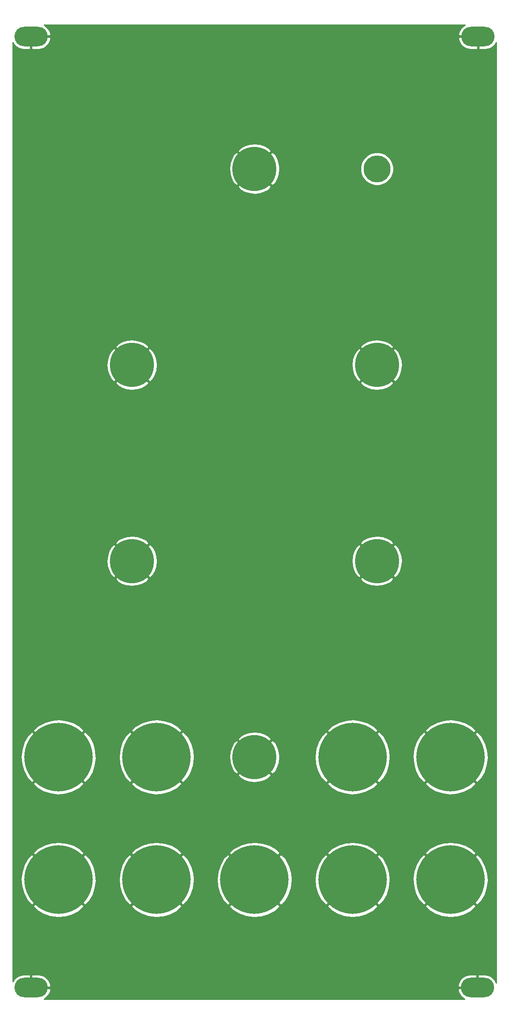
<source format=gbr>
%TF.GenerationSoftware,KiCad,Pcbnew,5.1.8-db9833491~88~ubuntu20.04.1*%
%TF.CreationDate,2020-11-30T22:13:06-05:00*%
%TF.ProjectId,mfos_vclfo_sync-panel,6d666f73-5f76-4636-9c66-6f5f73796e63,rev?*%
%TF.SameCoordinates,Original*%
%TF.FileFunction,Copper,L1,Top*%
%TF.FilePolarity,Positive*%
%FSLAX46Y46*%
G04 Gerber Fmt 4.6, Leading zero omitted, Abs format (unit mm)*
G04 Created by KiCad (PCBNEW 5.1.8-db9833491~88~ubuntu20.04.1) date 2020-11-30 22:13:06*
%MOMM*%
%LPD*%
G01*
G04 APERTURE LIST*
%TA.AperFunction,ComponentPad*%
%ADD10C,14.000000*%
%TD*%
%TA.AperFunction,ComponentPad*%
%ADD11C,9.000000*%
%TD*%
%TA.AperFunction,ComponentPad*%
%ADD12O,6.800000X4.000000*%
%TD*%
%TA.AperFunction,ComponentPad*%
%ADD13C,5.500000*%
%TD*%
%TA.AperFunction,Conductor*%
%ADD14C,0.254000*%
%TD*%
%TA.AperFunction,Conductor*%
%ADD15C,0.100000*%
%TD*%
G04 APERTURE END LIST*
D10*
%TO.P,H20,1*%
%TO.N,GND*%
X115000000Y-155000000D03*
%TD*%
D11*
%TO.P,H19,1*%
%TO.N,GND*%
X75000000Y-130000000D03*
%TD*%
D10*
%TO.P,H18,1*%
%TO.N,GND*%
X35000000Y-130000000D03*
%TD*%
%TO.P,H17,1*%
%TO.N,GND*%
X75000000Y-155000000D03*
%TD*%
%TO.P,H16,1*%
%TO.N,GND*%
X95000000Y-130000000D03*
%TD*%
%TO.P,H15,1*%
%TO.N,GND*%
X55000000Y-130000000D03*
%TD*%
D11*
%TO.P,H14,1*%
%TO.N,GND*%
X75000000Y-10000000D03*
%TD*%
D12*
%TO.P,H13,1*%
%TO.N,GND*%
X29400000Y17000000D03*
%TD*%
D10*
%TO.P,H12,1*%
%TO.N,GND*%
X55000000Y-155000000D03*
%TD*%
D11*
%TO.P,H11,1*%
%TO.N,GND*%
X100000000Y-50000000D03*
%TD*%
D12*
%TO.P,H10,1*%
%TO.N,GND*%
X120500000Y-177000000D03*
%TD*%
D10*
%TO.P,H9,1*%
%TO.N,GND*%
X35000000Y-155000000D03*
%TD*%
D11*
%TO.P,H8,1*%
%TO.N,GND*%
X50000000Y-90000000D03*
%TD*%
D12*
%TO.P,H7,1*%
%TO.N,GND*%
X120600000Y17000000D03*
%TD*%
D10*
%TO.P,H6,1*%
%TO.N,GND*%
X115000000Y-130000000D03*
%TD*%
D11*
%TO.P,H5,1*%
%TO.N,GND*%
X50000000Y-50000000D03*
%TD*%
D12*
%TO.P,H4,1*%
%TO.N,GND*%
X29400000Y-177000000D03*
%TD*%
D13*
%TO.P,H3,1*%
%TO.N,N/C*%
X100000000Y-10000000D03*
%TD*%
D10*
%TO.P,H2,1*%
%TO.N,GND*%
X95000000Y-155000000D03*
%TD*%
D11*
%TO.P,H1,1*%
%TO.N,GND*%
X100000000Y-90000000D03*
%TD*%
D14*
%TO.N,GND*%
X117630475Y19120365D02*
X117246970Y18773424D01*
X116938519Y18358331D01*
X116716975Y17891038D01*
X116620333Y17537162D01*
X116727009Y17127000D01*
X120473000Y17127000D01*
X120473000Y17147000D01*
X120727000Y17147000D01*
X120727000Y17127000D01*
X120747000Y17127000D01*
X120747000Y16873000D01*
X120727000Y16873000D01*
X120727000Y14365000D01*
X122127000Y14365000D01*
X122638623Y14440407D01*
X123125704Y14614178D01*
X123569525Y14879635D01*
X123953030Y15226576D01*
X124261481Y15641669D01*
X124340000Y15807286D01*
X124340001Y-176018213D01*
X124161481Y-175641669D01*
X123853030Y-175226576D01*
X123469525Y-174879635D01*
X123025704Y-174614178D01*
X122538623Y-174440407D01*
X122027000Y-174365000D01*
X120627000Y-174365000D01*
X120627000Y-176873000D01*
X120647000Y-176873000D01*
X120647000Y-177127000D01*
X120627000Y-177127000D01*
X120627000Y-177147000D01*
X120373000Y-177147000D01*
X120373000Y-177127000D01*
X116627009Y-177127000D01*
X116520333Y-177537162D01*
X116616975Y-177891038D01*
X116838519Y-178358331D01*
X117146970Y-178773424D01*
X117530475Y-179120365D01*
X117897686Y-179340000D01*
X32002314Y-179340000D01*
X32369525Y-179120365D01*
X32753030Y-178773424D01*
X33061481Y-178358331D01*
X33283025Y-177891038D01*
X33379667Y-177537162D01*
X33272991Y-177127000D01*
X29527000Y-177127000D01*
X29527000Y-177147000D01*
X29273000Y-177147000D01*
X29273000Y-177127000D01*
X29253000Y-177127000D01*
X29253000Y-176873000D01*
X29273000Y-176873000D01*
X29273000Y-174365000D01*
X29527000Y-174365000D01*
X29527000Y-176873000D01*
X33272991Y-176873000D01*
X33379667Y-176462838D01*
X116520333Y-176462838D01*
X116627009Y-176873000D01*
X120373000Y-176873000D01*
X120373000Y-174365000D01*
X118973000Y-174365000D01*
X118461377Y-174440407D01*
X117974296Y-174614178D01*
X117530475Y-174879635D01*
X117146970Y-175226576D01*
X116838519Y-175641669D01*
X116616975Y-176108962D01*
X116520333Y-176462838D01*
X33379667Y-176462838D01*
X33283025Y-176108962D01*
X33061481Y-175641669D01*
X32753030Y-175226576D01*
X32369525Y-174879635D01*
X31925704Y-174614178D01*
X31438623Y-174440407D01*
X30927000Y-174365000D01*
X29527000Y-174365000D01*
X29273000Y-174365000D01*
X27873000Y-174365000D01*
X27361377Y-174440407D01*
X26874296Y-174614178D01*
X26430475Y-174879635D01*
X26046970Y-175226576D01*
X25738519Y-175641669D01*
X25660000Y-175807286D01*
X25660000Y-160401674D01*
X29777932Y-160401674D01*
X30593908Y-161280530D01*
X31903840Y-162019437D01*
X33332756Y-162488591D01*
X34825743Y-162669963D01*
X36325428Y-162556583D01*
X37774176Y-162152807D01*
X39116314Y-161474153D01*
X39406092Y-161280530D01*
X40222068Y-160401674D01*
X49777932Y-160401674D01*
X50593908Y-161280530D01*
X51903840Y-162019437D01*
X53332756Y-162488591D01*
X54825743Y-162669963D01*
X56325428Y-162556583D01*
X57774176Y-162152807D01*
X59116314Y-161474153D01*
X59406092Y-161280530D01*
X60222068Y-160401674D01*
X69777932Y-160401674D01*
X70593908Y-161280530D01*
X71903840Y-162019437D01*
X73332756Y-162488591D01*
X74825743Y-162669963D01*
X76325428Y-162556583D01*
X77774176Y-162152807D01*
X79116314Y-161474153D01*
X79406092Y-161280530D01*
X80222068Y-160401674D01*
X89777932Y-160401674D01*
X90593908Y-161280530D01*
X91903840Y-162019437D01*
X93332756Y-162488591D01*
X94825743Y-162669963D01*
X96325428Y-162556583D01*
X97774176Y-162152807D01*
X99116314Y-161474153D01*
X99406092Y-161280530D01*
X100222068Y-160401674D01*
X109777932Y-160401674D01*
X110593908Y-161280530D01*
X111903840Y-162019437D01*
X113332756Y-162488591D01*
X114825743Y-162669963D01*
X116325428Y-162556583D01*
X117774176Y-162152807D01*
X119116314Y-161474153D01*
X119406092Y-161280530D01*
X120222068Y-160401674D01*
X115000000Y-155179605D01*
X109777932Y-160401674D01*
X100222068Y-160401674D01*
X95000000Y-155179605D01*
X89777932Y-160401674D01*
X80222068Y-160401674D01*
X75000000Y-155179605D01*
X69777932Y-160401674D01*
X60222068Y-160401674D01*
X55000000Y-155179605D01*
X49777932Y-160401674D01*
X40222068Y-160401674D01*
X35000000Y-155179605D01*
X29777932Y-160401674D01*
X25660000Y-160401674D01*
X25660000Y-154825743D01*
X27330037Y-154825743D01*
X27443417Y-156325428D01*
X27847193Y-157774176D01*
X28525847Y-159116314D01*
X28719470Y-159406092D01*
X29598326Y-160222068D01*
X34820395Y-155000000D01*
X35179605Y-155000000D01*
X40401674Y-160222068D01*
X41280530Y-159406092D01*
X42019437Y-158096160D01*
X42488591Y-156667244D01*
X42669963Y-155174257D01*
X42643615Y-154825743D01*
X47330037Y-154825743D01*
X47443417Y-156325428D01*
X47847193Y-157774176D01*
X48525847Y-159116314D01*
X48719470Y-159406092D01*
X49598326Y-160222068D01*
X54820395Y-155000000D01*
X55179605Y-155000000D01*
X60401674Y-160222068D01*
X61280530Y-159406092D01*
X62019437Y-158096160D01*
X62488591Y-156667244D01*
X62669963Y-155174257D01*
X62643615Y-154825743D01*
X67330037Y-154825743D01*
X67443417Y-156325428D01*
X67847193Y-157774176D01*
X68525847Y-159116314D01*
X68719470Y-159406092D01*
X69598326Y-160222068D01*
X74820395Y-155000000D01*
X75179605Y-155000000D01*
X80401674Y-160222068D01*
X81280530Y-159406092D01*
X82019437Y-158096160D01*
X82488591Y-156667244D01*
X82669963Y-155174257D01*
X82643615Y-154825743D01*
X87330037Y-154825743D01*
X87443417Y-156325428D01*
X87847193Y-157774176D01*
X88525847Y-159116314D01*
X88719470Y-159406092D01*
X89598326Y-160222068D01*
X94820395Y-155000000D01*
X95179605Y-155000000D01*
X100401674Y-160222068D01*
X101280530Y-159406092D01*
X102019437Y-158096160D01*
X102488591Y-156667244D01*
X102669963Y-155174257D01*
X102643615Y-154825743D01*
X107330037Y-154825743D01*
X107443417Y-156325428D01*
X107847193Y-157774176D01*
X108525847Y-159116314D01*
X108719470Y-159406092D01*
X109598326Y-160222068D01*
X114820395Y-155000000D01*
X115179605Y-155000000D01*
X120401674Y-160222068D01*
X121280530Y-159406092D01*
X122019437Y-158096160D01*
X122488591Y-156667244D01*
X122669963Y-155174257D01*
X122556583Y-153674572D01*
X122152807Y-152225824D01*
X121474153Y-150883686D01*
X121280530Y-150593908D01*
X120401674Y-149777932D01*
X115179605Y-155000000D01*
X114820395Y-155000000D01*
X109598326Y-149777932D01*
X108719470Y-150593908D01*
X107980563Y-151903840D01*
X107511409Y-153332756D01*
X107330037Y-154825743D01*
X102643615Y-154825743D01*
X102556583Y-153674572D01*
X102152807Y-152225824D01*
X101474153Y-150883686D01*
X101280530Y-150593908D01*
X100401674Y-149777932D01*
X95179605Y-155000000D01*
X94820395Y-155000000D01*
X89598326Y-149777932D01*
X88719470Y-150593908D01*
X87980563Y-151903840D01*
X87511409Y-153332756D01*
X87330037Y-154825743D01*
X82643615Y-154825743D01*
X82556583Y-153674572D01*
X82152807Y-152225824D01*
X81474153Y-150883686D01*
X81280530Y-150593908D01*
X80401674Y-149777932D01*
X75179605Y-155000000D01*
X74820395Y-155000000D01*
X69598326Y-149777932D01*
X68719470Y-150593908D01*
X67980563Y-151903840D01*
X67511409Y-153332756D01*
X67330037Y-154825743D01*
X62643615Y-154825743D01*
X62556583Y-153674572D01*
X62152807Y-152225824D01*
X61474153Y-150883686D01*
X61280530Y-150593908D01*
X60401674Y-149777932D01*
X55179605Y-155000000D01*
X54820395Y-155000000D01*
X49598326Y-149777932D01*
X48719470Y-150593908D01*
X47980563Y-151903840D01*
X47511409Y-153332756D01*
X47330037Y-154825743D01*
X42643615Y-154825743D01*
X42556583Y-153674572D01*
X42152807Y-152225824D01*
X41474153Y-150883686D01*
X41280530Y-150593908D01*
X40401674Y-149777932D01*
X35179605Y-155000000D01*
X34820395Y-155000000D01*
X29598326Y-149777932D01*
X28719470Y-150593908D01*
X27980563Y-151903840D01*
X27511409Y-153332756D01*
X27330037Y-154825743D01*
X25660000Y-154825743D01*
X25660000Y-149598326D01*
X29777932Y-149598326D01*
X35000000Y-154820395D01*
X40222068Y-149598326D01*
X49777932Y-149598326D01*
X55000000Y-154820395D01*
X60222068Y-149598326D01*
X69777932Y-149598326D01*
X75000000Y-154820395D01*
X80222068Y-149598326D01*
X89777932Y-149598326D01*
X95000000Y-154820395D01*
X100222068Y-149598326D01*
X109777932Y-149598326D01*
X115000000Y-154820395D01*
X120222068Y-149598326D01*
X119406092Y-148719470D01*
X118096160Y-147980563D01*
X116667244Y-147511409D01*
X115174257Y-147330037D01*
X113674572Y-147443417D01*
X112225824Y-147847193D01*
X110883686Y-148525847D01*
X110593908Y-148719470D01*
X109777932Y-149598326D01*
X100222068Y-149598326D01*
X99406092Y-148719470D01*
X98096160Y-147980563D01*
X96667244Y-147511409D01*
X95174257Y-147330037D01*
X93674572Y-147443417D01*
X92225824Y-147847193D01*
X90883686Y-148525847D01*
X90593908Y-148719470D01*
X89777932Y-149598326D01*
X80222068Y-149598326D01*
X79406092Y-148719470D01*
X78096160Y-147980563D01*
X76667244Y-147511409D01*
X75174257Y-147330037D01*
X73674572Y-147443417D01*
X72225824Y-147847193D01*
X70883686Y-148525847D01*
X70593908Y-148719470D01*
X69777932Y-149598326D01*
X60222068Y-149598326D01*
X59406092Y-148719470D01*
X58096160Y-147980563D01*
X56667244Y-147511409D01*
X55174257Y-147330037D01*
X53674572Y-147443417D01*
X52225824Y-147847193D01*
X50883686Y-148525847D01*
X50593908Y-148719470D01*
X49777932Y-149598326D01*
X40222068Y-149598326D01*
X39406092Y-148719470D01*
X38096160Y-147980563D01*
X36667244Y-147511409D01*
X35174257Y-147330037D01*
X33674572Y-147443417D01*
X32225824Y-147847193D01*
X30883686Y-148525847D01*
X30593908Y-148719470D01*
X29777932Y-149598326D01*
X25660000Y-149598326D01*
X25660000Y-135401674D01*
X29777932Y-135401674D01*
X30593908Y-136280530D01*
X31903840Y-137019437D01*
X33332756Y-137488591D01*
X34825743Y-137669963D01*
X36325428Y-137556583D01*
X37774176Y-137152807D01*
X39116314Y-136474153D01*
X39406092Y-136280530D01*
X40222068Y-135401674D01*
X49777932Y-135401674D01*
X50593908Y-136280530D01*
X51903840Y-137019437D01*
X53332756Y-137488591D01*
X54825743Y-137669963D01*
X56325428Y-137556583D01*
X57774176Y-137152807D01*
X59116314Y-136474153D01*
X59406092Y-136280530D01*
X60222068Y-135401674D01*
X89777932Y-135401674D01*
X90593908Y-136280530D01*
X91903840Y-137019437D01*
X93332756Y-137488591D01*
X94825743Y-137669963D01*
X96325428Y-137556583D01*
X97774176Y-137152807D01*
X99116314Y-136474153D01*
X99406092Y-136280530D01*
X100222068Y-135401674D01*
X109777932Y-135401674D01*
X110593908Y-136280530D01*
X111903840Y-137019437D01*
X113332756Y-137488591D01*
X114825743Y-137669963D01*
X116325428Y-137556583D01*
X117774176Y-137152807D01*
X119116314Y-136474153D01*
X119406092Y-136280530D01*
X120222068Y-135401674D01*
X115000000Y-130179605D01*
X109777932Y-135401674D01*
X100222068Y-135401674D01*
X95000000Y-130179605D01*
X89777932Y-135401674D01*
X60222068Y-135401674D01*
X55000000Y-130179605D01*
X49777932Y-135401674D01*
X40222068Y-135401674D01*
X35000000Y-130179605D01*
X29777932Y-135401674D01*
X25660000Y-135401674D01*
X25660000Y-129825743D01*
X27330037Y-129825743D01*
X27443417Y-131325428D01*
X27847193Y-132774176D01*
X28525847Y-134116314D01*
X28719470Y-134406092D01*
X29598326Y-135222068D01*
X34820395Y-130000000D01*
X35179605Y-130000000D01*
X40401674Y-135222068D01*
X41280530Y-134406092D01*
X42019437Y-133096160D01*
X42488591Y-131667244D01*
X42669963Y-130174257D01*
X42643615Y-129825743D01*
X47330037Y-129825743D01*
X47443417Y-131325428D01*
X47847193Y-132774176D01*
X48525847Y-134116314D01*
X48719470Y-134406092D01*
X49598326Y-135222068D01*
X54820395Y-130000000D01*
X55179605Y-130000000D01*
X60401674Y-135222068D01*
X61280530Y-134406092D01*
X61721145Y-133624971D01*
X71554634Y-133624971D01*
X72070783Y-134247788D01*
X72955768Y-134737630D01*
X73919314Y-135045407D01*
X74924389Y-135159293D01*
X75932370Y-135074910D01*
X76904520Y-134795501D01*
X77803481Y-134331803D01*
X77929217Y-134247788D01*
X78445366Y-133624971D01*
X75000000Y-130179605D01*
X71554634Y-133624971D01*
X61721145Y-133624971D01*
X62019437Y-133096160D01*
X62488591Y-131667244D01*
X62669963Y-130174257D01*
X62651073Y-129924389D01*
X69840707Y-129924389D01*
X69925090Y-130932370D01*
X70204499Y-131904520D01*
X70668197Y-132803481D01*
X70752212Y-132929217D01*
X71375029Y-133445366D01*
X74820395Y-130000000D01*
X75179605Y-130000000D01*
X78624971Y-133445366D01*
X79247788Y-132929217D01*
X79737630Y-132044232D01*
X80045407Y-131080686D01*
X80159293Y-130075611D01*
X80138376Y-129825743D01*
X87330037Y-129825743D01*
X87443417Y-131325428D01*
X87847193Y-132774176D01*
X88525847Y-134116314D01*
X88719470Y-134406092D01*
X89598326Y-135222068D01*
X94820395Y-130000000D01*
X95179605Y-130000000D01*
X100401674Y-135222068D01*
X101280530Y-134406092D01*
X102019437Y-133096160D01*
X102488591Y-131667244D01*
X102669963Y-130174257D01*
X102643615Y-129825743D01*
X107330037Y-129825743D01*
X107443417Y-131325428D01*
X107847193Y-132774176D01*
X108525847Y-134116314D01*
X108719470Y-134406092D01*
X109598326Y-135222068D01*
X114820395Y-130000000D01*
X115179605Y-130000000D01*
X120401674Y-135222068D01*
X121280530Y-134406092D01*
X122019437Y-133096160D01*
X122488591Y-131667244D01*
X122669963Y-130174257D01*
X122556583Y-128674572D01*
X122152807Y-127225824D01*
X121474153Y-125883686D01*
X121280530Y-125593908D01*
X120401674Y-124777932D01*
X115179605Y-130000000D01*
X114820395Y-130000000D01*
X109598326Y-124777932D01*
X108719470Y-125593908D01*
X107980563Y-126903840D01*
X107511409Y-128332756D01*
X107330037Y-129825743D01*
X102643615Y-129825743D01*
X102556583Y-128674572D01*
X102152807Y-127225824D01*
X101474153Y-125883686D01*
X101280530Y-125593908D01*
X100401674Y-124777932D01*
X95179605Y-130000000D01*
X94820395Y-130000000D01*
X89598326Y-124777932D01*
X88719470Y-125593908D01*
X87980563Y-126903840D01*
X87511409Y-128332756D01*
X87330037Y-129825743D01*
X80138376Y-129825743D01*
X80074910Y-129067630D01*
X79795501Y-128095480D01*
X79331803Y-127196519D01*
X79247788Y-127070783D01*
X78624971Y-126554634D01*
X75179605Y-130000000D01*
X74820395Y-130000000D01*
X71375029Y-126554634D01*
X70752212Y-127070783D01*
X70262370Y-127955768D01*
X69954593Y-128919314D01*
X69840707Y-129924389D01*
X62651073Y-129924389D01*
X62556583Y-128674572D01*
X62152807Y-127225824D01*
X61722602Y-126375029D01*
X71554634Y-126375029D01*
X75000000Y-129820395D01*
X78445366Y-126375029D01*
X77929217Y-125752212D01*
X77044232Y-125262370D01*
X76080686Y-124954593D01*
X75075611Y-124840707D01*
X74067630Y-124925090D01*
X73095480Y-125204499D01*
X72196519Y-125668197D01*
X72070783Y-125752212D01*
X71554634Y-126375029D01*
X61722602Y-126375029D01*
X61474153Y-125883686D01*
X61280530Y-125593908D01*
X60401674Y-124777932D01*
X55179605Y-130000000D01*
X54820395Y-130000000D01*
X49598326Y-124777932D01*
X48719470Y-125593908D01*
X47980563Y-126903840D01*
X47511409Y-128332756D01*
X47330037Y-129825743D01*
X42643615Y-129825743D01*
X42556583Y-128674572D01*
X42152807Y-127225824D01*
X41474153Y-125883686D01*
X41280530Y-125593908D01*
X40401674Y-124777932D01*
X35179605Y-130000000D01*
X34820395Y-130000000D01*
X29598326Y-124777932D01*
X28719470Y-125593908D01*
X27980563Y-126903840D01*
X27511409Y-128332756D01*
X27330037Y-129825743D01*
X25660000Y-129825743D01*
X25660000Y-124598326D01*
X29777932Y-124598326D01*
X35000000Y-129820395D01*
X40222068Y-124598326D01*
X49777932Y-124598326D01*
X55000000Y-129820395D01*
X60222068Y-124598326D01*
X89777932Y-124598326D01*
X95000000Y-129820395D01*
X100222068Y-124598326D01*
X109777932Y-124598326D01*
X115000000Y-129820395D01*
X120222068Y-124598326D01*
X119406092Y-123719470D01*
X118096160Y-122980563D01*
X116667244Y-122511409D01*
X115174257Y-122330037D01*
X113674572Y-122443417D01*
X112225824Y-122847193D01*
X110883686Y-123525847D01*
X110593908Y-123719470D01*
X109777932Y-124598326D01*
X100222068Y-124598326D01*
X99406092Y-123719470D01*
X98096160Y-122980563D01*
X96667244Y-122511409D01*
X95174257Y-122330037D01*
X93674572Y-122443417D01*
X92225824Y-122847193D01*
X90883686Y-123525847D01*
X90593908Y-123719470D01*
X89777932Y-124598326D01*
X60222068Y-124598326D01*
X59406092Y-123719470D01*
X58096160Y-122980563D01*
X56667244Y-122511409D01*
X55174257Y-122330037D01*
X53674572Y-122443417D01*
X52225824Y-122847193D01*
X50883686Y-123525847D01*
X50593908Y-123719470D01*
X49777932Y-124598326D01*
X40222068Y-124598326D01*
X39406092Y-123719470D01*
X38096160Y-122980563D01*
X36667244Y-122511409D01*
X35174257Y-122330037D01*
X33674572Y-122443417D01*
X32225824Y-122847193D01*
X30883686Y-123525847D01*
X30593908Y-123719470D01*
X29777932Y-124598326D01*
X25660000Y-124598326D01*
X25660000Y-93624971D01*
X46554634Y-93624971D01*
X47070783Y-94247788D01*
X47955768Y-94737630D01*
X48919314Y-95045407D01*
X49924389Y-95159293D01*
X50932370Y-95074910D01*
X51904520Y-94795501D01*
X52803481Y-94331803D01*
X52929217Y-94247788D01*
X53445366Y-93624971D01*
X96554634Y-93624971D01*
X97070783Y-94247788D01*
X97955768Y-94737630D01*
X98919314Y-95045407D01*
X99924389Y-95159293D01*
X100932370Y-95074910D01*
X101904520Y-94795501D01*
X102803481Y-94331803D01*
X102929217Y-94247788D01*
X103445366Y-93624971D01*
X100000000Y-90179605D01*
X96554634Y-93624971D01*
X53445366Y-93624971D01*
X50000000Y-90179605D01*
X46554634Y-93624971D01*
X25660000Y-93624971D01*
X25660000Y-89924389D01*
X44840707Y-89924389D01*
X44925090Y-90932370D01*
X45204499Y-91904520D01*
X45668197Y-92803481D01*
X45752212Y-92929217D01*
X46375029Y-93445366D01*
X49820395Y-90000000D01*
X50179605Y-90000000D01*
X53624971Y-93445366D01*
X54247788Y-92929217D01*
X54737630Y-92044232D01*
X55045407Y-91080686D01*
X55159293Y-90075611D01*
X55146634Y-89924389D01*
X94840707Y-89924389D01*
X94925090Y-90932370D01*
X95204499Y-91904520D01*
X95668197Y-92803481D01*
X95752212Y-92929217D01*
X96375029Y-93445366D01*
X99820395Y-90000000D01*
X100179605Y-90000000D01*
X103624971Y-93445366D01*
X104247788Y-92929217D01*
X104737630Y-92044232D01*
X105045407Y-91080686D01*
X105159293Y-90075611D01*
X105074910Y-89067630D01*
X104795501Y-88095480D01*
X104331803Y-87196519D01*
X104247788Y-87070783D01*
X103624971Y-86554634D01*
X100179605Y-90000000D01*
X99820395Y-90000000D01*
X96375029Y-86554634D01*
X95752212Y-87070783D01*
X95262370Y-87955768D01*
X94954593Y-88919314D01*
X94840707Y-89924389D01*
X55146634Y-89924389D01*
X55074910Y-89067630D01*
X54795501Y-88095480D01*
X54331803Y-87196519D01*
X54247788Y-87070783D01*
X53624971Y-86554634D01*
X50179605Y-90000000D01*
X49820395Y-90000000D01*
X46375029Y-86554634D01*
X45752212Y-87070783D01*
X45262370Y-87955768D01*
X44954593Y-88919314D01*
X44840707Y-89924389D01*
X25660000Y-89924389D01*
X25660000Y-86375029D01*
X46554634Y-86375029D01*
X50000000Y-89820395D01*
X53445366Y-86375029D01*
X96554634Y-86375029D01*
X100000000Y-89820395D01*
X103445366Y-86375029D01*
X102929217Y-85752212D01*
X102044232Y-85262370D01*
X101080686Y-84954593D01*
X100075611Y-84840707D01*
X99067630Y-84925090D01*
X98095480Y-85204499D01*
X97196519Y-85668197D01*
X97070783Y-85752212D01*
X96554634Y-86375029D01*
X53445366Y-86375029D01*
X52929217Y-85752212D01*
X52044232Y-85262370D01*
X51080686Y-84954593D01*
X50075611Y-84840707D01*
X49067630Y-84925090D01*
X48095480Y-85204499D01*
X47196519Y-85668197D01*
X47070783Y-85752212D01*
X46554634Y-86375029D01*
X25660000Y-86375029D01*
X25660000Y-53624971D01*
X46554634Y-53624971D01*
X47070783Y-54247788D01*
X47955768Y-54737630D01*
X48919314Y-55045407D01*
X49924389Y-55159293D01*
X50932370Y-55074910D01*
X51904520Y-54795501D01*
X52803481Y-54331803D01*
X52929217Y-54247788D01*
X53445366Y-53624971D01*
X96554634Y-53624971D01*
X97070783Y-54247788D01*
X97955768Y-54737630D01*
X98919314Y-55045407D01*
X99924389Y-55159293D01*
X100932370Y-55074910D01*
X101904520Y-54795501D01*
X102803481Y-54331803D01*
X102929217Y-54247788D01*
X103445366Y-53624971D01*
X100000000Y-50179605D01*
X96554634Y-53624971D01*
X53445366Y-53624971D01*
X50000000Y-50179605D01*
X46554634Y-53624971D01*
X25660000Y-53624971D01*
X25660000Y-49924389D01*
X44840707Y-49924389D01*
X44925090Y-50932370D01*
X45204499Y-51904520D01*
X45668197Y-52803481D01*
X45752212Y-52929217D01*
X46375029Y-53445366D01*
X49820395Y-50000000D01*
X50179605Y-50000000D01*
X53624971Y-53445366D01*
X54247788Y-52929217D01*
X54737630Y-52044232D01*
X55045407Y-51080686D01*
X55159293Y-50075611D01*
X55146634Y-49924389D01*
X94840707Y-49924389D01*
X94925090Y-50932370D01*
X95204499Y-51904520D01*
X95668197Y-52803481D01*
X95752212Y-52929217D01*
X96375029Y-53445366D01*
X99820395Y-50000000D01*
X100179605Y-50000000D01*
X103624971Y-53445366D01*
X104247788Y-52929217D01*
X104737630Y-52044232D01*
X105045407Y-51080686D01*
X105159293Y-50075611D01*
X105074910Y-49067630D01*
X104795501Y-48095480D01*
X104331803Y-47196519D01*
X104247788Y-47070783D01*
X103624971Y-46554634D01*
X100179605Y-50000000D01*
X99820395Y-50000000D01*
X96375029Y-46554634D01*
X95752212Y-47070783D01*
X95262370Y-47955768D01*
X94954593Y-48919314D01*
X94840707Y-49924389D01*
X55146634Y-49924389D01*
X55074910Y-49067630D01*
X54795501Y-48095480D01*
X54331803Y-47196519D01*
X54247788Y-47070783D01*
X53624971Y-46554634D01*
X50179605Y-50000000D01*
X49820395Y-50000000D01*
X46375029Y-46554634D01*
X45752212Y-47070783D01*
X45262370Y-47955768D01*
X44954593Y-48919314D01*
X44840707Y-49924389D01*
X25660000Y-49924389D01*
X25660000Y-46375029D01*
X46554634Y-46375029D01*
X50000000Y-49820395D01*
X53445366Y-46375029D01*
X96554634Y-46375029D01*
X100000000Y-49820395D01*
X103445366Y-46375029D01*
X102929217Y-45752212D01*
X102044232Y-45262370D01*
X101080686Y-44954593D01*
X100075611Y-44840707D01*
X99067630Y-44925090D01*
X98095480Y-45204499D01*
X97196519Y-45668197D01*
X97070783Y-45752212D01*
X96554634Y-46375029D01*
X53445366Y-46375029D01*
X52929217Y-45752212D01*
X52044232Y-45262370D01*
X51080686Y-44954593D01*
X50075611Y-44840707D01*
X49067630Y-44925090D01*
X48095480Y-45204499D01*
X47196519Y-45668197D01*
X47070783Y-45752212D01*
X46554634Y-46375029D01*
X25660000Y-46375029D01*
X25660000Y-13624971D01*
X71554634Y-13624971D01*
X72070783Y-14247788D01*
X72955768Y-14737630D01*
X73919314Y-15045407D01*
X74924389Y-15159293D01*
X75932370Y-15074910D01*
X76904520Y-14795501D01*
X77803481Y-14331803D01*
X77929217Y-14247788D01*
X78445366Y-13624971D01*
X75000000Y-10179605D01*
X71554634Y-13624971D01*
X25660000Y-13624971D01*
X25660000Y-9924389D01*
X69840707Y-9924389D01*
X69925090Y-10932370D01*
X70204499Y-11904520D01*
X70668197Y-12803481D01*
X70752212Y-12929217D01*
X71375029Y-13445366D01*
X74820395Y-10000000D01*
X75179605Y-10000000D01*
X78624971Y-13445366D01*
X79247788Y-12929217D01*
X79737630Y-12044232D01*
X80045407Y-11080686D01*
X80159293Y-10075611D01*
X80125054Y-9666607D01*
X96615000Y-9666607D01*
X96615000Y-10333393D01*
X96745083Y-10987368D01*
X97000252Y-11603399D01*
X97370698Y-12157812D01*
X97842188Y-12629302D01*
X98396601Y-12999748D01*
X99012632Y-13254917D01*
X99666607Y-13385000D01*
X100333393Y-13385000D01*
X100987368Y-13254917D01*
X101603399Y-12999748D01*
X102157812Y-12629302D01*
X102629302Y-12157812D01*
X102999748Y-11603399D01*
X103254917Y-10987368D01*
X103385000Y-10333393D01*
X103385000Y-9666607D01*
X103254917Y-9012632D01*
X102999748Y-8396601D01*
X102629302Y-7842188D01*
X102157812Y-7370698D01*
X101603399Y-7000252D01*
X100987368Y-6745083D01*
X100333393Y-6615000D01*
X99666607Y-6615000D01*
X99012632Y-6745083D01*
X98396601Y-7000252D01*
X97842188Y-7370698D01*
X97370698Y-7842188D01*
X97000252Y-8396601D01*
X96745083Y-9012632D01*
X96615000Y-9666607D01*
X80125054Y-9666607D01*
X80074910Y-9067630D01*
X79795501Y-8095480D01*
X79331803Y-7196519D01*
X79247788Y-7070783D01*
X78624971Y-6554634D01*
X75179605Y-10000000D01*
X74820395Y-10000000D01*
X71375029Y-6554634D01*
X70752212Y-7070783D01*
X70262370Y-7955768D01*
X69954593Y-8919314D01*
X69840707Y-9924389D01*
X25660000Y-9924389D01*
X25660000Y-6375029D01*
X71554634Y-6375029D01*
X75000000Y-9820395D01*
X78445366Y-6375029D01*
X77929217Y-5752212D01*
X77044232Y-5262370D01*
X76080686Y-4954593D01*
X75075611Y-4840707D01*
X74067630Y-4925090D01*
X73095480Y-5204499D01*
X72196519Y-5668197D01*
X72070783Y-5752212D01*
X71554634Y-6375029D01*
X25660000Y-6375029D01*
X25660000Y15807286D01*
X25738519Y15641669D01*
X26046970Y15226576D01*
X26430475Y14879635D01*
X26874296Y14614178D01*
X27361377Y14440407D01*
X27873000Y14365000D01*
X29273000Y14365000D01*
X29273000Y16873000D01*
X29527000Y16873000D01*
X29527000Y14365000D01*
X30927000Y14365000D01*
X31438623Y14440407D01*
X31925704Y14614178D01*
X32369525Y14879635D01*
X32753030Y15226576D01*
X33061481Y15641669D01*
X33283025Y16108962D01*
X33379667Y16462838D01*
X116620333Y16462838D01*
X116716975Y16108962D01*
X116938519Y15641669D01*
X117246970Y15226576D01*
X117630475Y14879635D01*
X118074296Y14614178D01*
X118561377Y14440407D01*
X119073000Y14365000D01*
X120473000Y14365000D01*
X120473000Y16873000D01*
X116727009Y16873000D01*
X116620333Y16462838D01*
X33379667Y16462838D01*
X33272991Y16873000D01*
X29527000Y16873000D01*
X29273000Y16873000D01*
X29253000Y16873000D01*
X29253000Y17127000D01*
X29273000Y17127000D01*
X29273000Y17147000D01*
X29527000Y17147000D01*
X29527000Y17127000D01*
X33272991Y17127000D01*
X33379667Y17537162D01*
X33283025Y17891038D01*
X33061481Y18358331D01*
X32753030Y18773424D01*
X32369525Y19120365D01*
X32002314Y19340000D01*
X117997686Y19340000D01*
X117630475Y19120365D01*
%TA.AperFunction,Conductor*%
D15*
G36*
X117630475Y19120365D02*
G01*
X117246970Y18773424D01*
X116938519Y18358331D01*
X116716975Y17891038D01*
X116620333Y17537162D01*
X116727009Y17127000D01*
X120473000Y17127000D01*
X120473000Y17147000D01*
X120727000Y17147000D01*
X120727000Y17127000D01*
X120747000Y17127000D01*
X120747000Y16873000D01*
X120727000Y16873000D01*
X120727000Y14365000D01*
X122127000Y14365000D01*
X122638623Y14440407D01*
X123125704Y14614178D01*
X123569525Y14879635D01*
X123953030Y15226576D01*
X124261481Y15641669D01*
X124340000Y15807286D01*
X124340001Y-176018213D01*
X124161481Y-175641669D01*
X123853030Y-175226576D01*
X123469525Y-174879635D01*
X123025704Y-174614178D01*
X122538623Y-174440407D01*
X122027000Y-174365000D01*
X120627000Y-174365000D01*
X120627000Y-176873000D01*
X120647000Y-176873000D01*
X120647000Y-177127000D01*
X120627000Y-177127000D01*
X120627000Y-177147000D01*
X120373000Y-177147000D01*
X120373000Y-177127000D01*
X116627009Y-177127000D01*
X116520333Y-177537162D01*
X116616975Y-177891038D01*
X116838519Y-178358331D01*
X117146970Y-178773424D01*
X117530475Y-179120365D01*
X117897686Y-179340000D01*
X32002314Y-179340000D01*
X32369525Y-179120365D01*
X32753030Y-178773424D01*
X33061481Y-178358331D01*
X33283025Y-177891038D01*
X33379667Y-177537162D01*
X33272991Y-177127000D01*
X29527000Y-177127000D01*
X29527000Y-177147000D01*
X29273000Y-177147000D01*
X29273000Y-177127000D01*
X29253000Y-177127000D01*
X29253000Y-176873000D01*
X29273000Y-176873000D01*
X29273000Y-174365000D01*
X29527000Y-174365000D01*
X29527000Y-176873000D01*
X33272991Y-176873000D01*
X33379667Y-176462838D01*
X116520333Y-176462838D01*
X116627009Y-176873000D01*
X120373000Y-176873000D01*
X120373000Y-174365000D01*
X118973000Y-174365000D01*
X118461377Y-174440407D01*
X117974296Y-174614178D01*
X117530475Y-174879635D01*
X117146970Y-175226576D01*
X116838519Y-175641669D01*
X116616975Y-176108962D01*
X116520333Y-176462838D01*
X33379667Y-176462838D01*
X33283025Y-176108962D01*
X33061481Y-175641669D01*
X32753030Y-175226576D01*
X32369525Y-174879635D01*
X31925704Y-174614178D01*
X31438623Y-174440407D01*
X30927000Y-174365000D01*
X29527000Y-174365000D01*
X29273000Y-174365000D01*
X27873000Y-174365000D01*
X27361377Y-174440407D01*
X26874296Y-174614178D01*
X26430475Y-174879635D01*
X26046970Y-175226576D01*
X25738519Y-175641669D01*
X25660000Y-175807286D01*
X25660000Y-160401674D01*
X29777932Y-160401674D01*
X30593908Y-161280530D01*
X31903840Y-162019437D01*
X33332756Y-162488591D01*
X34825743Y-162669963D01*
X36325428Y-162556583D01*
X37774176Y-162152807D01*
X39116314Y-161474153D01*
X39406092Y-161280530D01*
X40222068Y-160401674D01*
X49777932Y-160401674D01*
X50593908Y-161280530D01*
X51903840Y-162019437D01*
X53332756Y-162488591D01*
X54825743Y-162669963D01*
X56325428Y-162556583D01*
X57774176Y-162152807D01*
X59116314Y-161474153D01*
X59406092Y-161280530D01*
X60222068Y-160401674D01*
X69777932Y-160401674D01*
X70593908Y-161280530D01*
X71903840Y-162019437D01*
X73332756Y-162488591D01*
X74825743Y-162669963D01*
X76325428Y-162556583D01*
X77774176Y-162152807D01*
X79116314Y-161474153D01*
X79406092Y-161280530D01*
X80222068Y-160401674D01*
X89777932Y-160401674D01*
X90593908Y-161280530D01*
X91903840Y-162019437D01*
X93332756Y-162488591D01*
X94825743Y-162669963D01*
X96325428Y-162556583D01*
X97774176Y-162152807D01*
X99116314Y-161474153D01*
X99406092Y-161280530D01*
X100222068Y-160401674D01*
X109777932Y-160401674D01*
X110593908Y-161280530D01*
X111903840Y-162019437D01*
X113332756Y-162488591D01*
X114825743Y-162669963D01*
X116325428Y-162556583D01*
X117774176Y-162152807D01*
X119116314Y-161474153D01*
X119406092Y-161280530D01*
X120222068Y-160401674D01*
X115000000Y-155179605D01*
X109777932Y-160401674D01*
X100222068Y-160401674D01*
X95000000Y-155179605D01*
X89777932Y-160401674D01*
X80222068Y-160401674D01*
X75000000Y-155179605D01*
X69777932Y-160401674D01*
X60222068Y-160401674D01*
X55000000Y-155179605D01*
X49777932Y-160401674D01*
X40222068Y-160401674D01*
X35000000Y-155179605D01*
X29777932Y-160401674D01*
X25660000Y-160401674D01*
X25660000Y-154825743D01*
X27330037Y-154825743D01*
X27443417Y-156325428D01*
X27847193Y-157774176D01*
X28525847Y-159116314D01*
X28719470Y-159406092D01*
X29598326Y-160222068D01*
X34820395Y-155000000D01*
X35179605Y-155000000D01*
X40401674Y-160222068D01*
X41280530Y-159406092D01*
X42019437Y-158096160D01*
X42488591Y-156667244D01*
X42669963Y-155174257D01*
X42643615Y-154825743D01*
X47330037Y-154825743D01*
X47443417Y-156325428D01*
X47847193Y-157774176D01*
X48525847Y-159116314D01*
X48719470Y-159406092D01*
X49598326Y-160222068D01*
X54820395Y-155000000D01*
X55179605Y-155000000D01*
X60401674Y-160222068D01*
X61280530Y-159406092D01*
X62019437Y-158096160D01*
X62488591Y-156667244D01*
X62669963Y-155174257D01*
X62643615Y-154825743D01*
X67330037Y-154825743D01*
X67443417Y-156325428D01*
X67847193Y-157774176D01*
X68525847Y-159116314D01*
X68719470Y-159406092D01*
X69598326Y-160222068D01*
X74820395Y-155000000D01*
X75179605Y-155000000D01*
X80401674Y-160222068D01*
X81280530Y-159406092D01*
X82019437Y-158096160D01*
X82488591Y-156667244D01*
X82669963Y-155174257D01*
X82643615Y-154825743D01*
X87330037Y-154825743D01*
X87443417Y-156325428D01*
X87847193Y-157774176D01*
X88525847Y-159116314D01*
X88719470Y-159406092D01*
X89598326Y-160222068D01*
X94820395Y-155000000D01*
X95179605Y-155000000D01*
X100401674Y-160222068D01*
X101280530Y-159406092D01*
X102019437Y-158096160D01*
X102488591Y-156667244D01*
X102669963Y-155174257D01*
X102643615Y-154825743D01*
X107330037Y-154825743D01*
X107443417Y-156325428D01*
X107847193Y-157774176D01*
X108525847Y-159116314D01*
X108719470Y-159406092D01*
X109598326Y-160222068D01*
X114820395Y-155000000D01*
X115179605Y-155000000D01*
X120401674Y-160222068D01*
X121280530Y-159406092D01*
X122019437Y-158096160D01*
X122488591Y-156667244D01*
X122669963Y-155174257D01*
X122556583Y-153674572D01*
X122152807Y-152225824D01*
X121474153Y-150883686D01*
X121280530Y-150593908D01*
X120401674Y-149777932D01*
X115179605Y-155000000D01*
X114820395Y-155000000D01*
X109598326Y-149777932D01*
X108719470Y-150593908D01*
X107980563Y-151903840D01*
X107511409Y-153332756D01*
X107330037Y-154825743D01*
X102643615Y-154825743D01*
X102556583Y-153674572D01*
X102152807Y-152225824D01*
X101474153Y-150883686D01*
X101280530Y-150593908D01*
X100401674Y-149777932D01*
X95179605Y-155000000D01*
X94820395Y-155000000D01*
X89598326Y-149777932D01*
X88719470Y-150593908D01*
X87980563Y-151903840D01*
X87511409Y-153332756D01*
X87330037Y-154825743D01*
X82643615Y-154825743D01*
X82556583Y-153674572D01*
X82152807Y-152225824D01*
X81474153Y-150883686D01*
X81280530Y-150593908D01*
X80401674Y-149777932D01*
X75179605Y-155000000D01*
X74820395Y-155000000D01*
X69598326Y-149777932D01*
X68719470Y-150593908D01*
X67980563Y-151903840D01*
X67511409Y-153332756D01*
X67330037Y-154825743D01*
X62643615Y-154825743D01*
X62556583Y-153674572D01*
X62152807Y-152225824D01*
X61474153Y-150883686D01*
X61280530Y-150593908D01*
X60401674Y-149777932D01*
X55179605Y-155000000D01*
X54820395Y-155000000D01*
X49598326Y-149777932D01*
X48719470Y-150593908D01*
X47980563Y-151903840D01*
X47511409Y-153332756D01*
X47330037Y-154825743D01*
X42643615Y-154825743D01*
X42556583Y-153674572D01*
X42152807Y-152225824D01*
X41474153Y-150883686D01*
X41280530Y-150593908D01*
X40401674Y-149777932D01*
X35179605Y-155000000D01*
X34820395Y-155000000D01*
X29598326Y-149777932D01*
X28719470Y-150593908D01*
X27980563Y-151903840D01*
X27511409Y-153332756D01*
X27330037Y-154825743D01*
X25660000Y-154825743D01*
X25660000Y-149598326D01*
X29777932Y-149598326D01*
X35000000Y-154820395D01*
X40222068Y-149598326D01*
X49777932Y-149598326D01*
X55000000Y-154820395D01*
X60222068Y-149598326D01*
X69777932Y-149598326D01*
X75000000Y-154820395D01*
X80222068Y-149598326D01*
X89777932Y-149598326D01*
X95000000Y-154820395D01*
X100222068Y-149598326D01*
X109777932Y-149598326D01*
X115000000Y-154820395D01*
X120222068Y-149598326D01*
X119406092Y-148719470D01*
X118096160Y-147980563D01*
X116667244Y-147511409D01*
X115174257Y-147330037D01*
X113674572Y-147443417D01*
X112225824Y-147847193D01*
X110883686Y-148525847D01*
X110593908Y-148719470D01*
X109777932Y-149598326D01*
X100222068Y-149598326D01*
X99406092Y-148719470D01*
X98096160Y-147980563D01*
X96667244Y-147511409D01*
X95174257Y-147330037D01*
X93674572Y-147443417D01*
X92225824Y-147847193D01*
X90883686Y-148525847D01*
X90593908Y-148719470D01*
X89777932Y-149598326D01*
X80222068Y-149598326D01*
X79406092Y-148719470D01*
X78096160Y-147980563D01*
X76667244Y-147511409D01*
X75174257Y-147330037D01*
X73674572Y-147443417D01*
X72225824Y-147847193D01*
X70883686Y-148525847D01*
X70593908Y-148719470D01*
X69777932Y-149598326D01*
X60222068Y-149598326D01*
X59406092Y-148719470D01*
X58096160Y-147980563D01*
X56667244Y-147511409D01*
X55174257Y-147330037D01*
X53674572Y-147443417D01*
X52225824Y-147847193D01*
X50883686Y-148525847D01*
X50593908Y-148719470D01*
X49777932Y-149598326D01*
X40222068Y-149598326D01*
X39406092Y-148719470D01*
X38096160Y-147980563D01*
X36667244Y-147511409D01*
X35174257Y-147330037D01*
X33674572Y-147443417D01*
X32225824Y-147847193D01*
X30883686Y-148525847D01*
X30593908Y-148719470D01*
X29777932Y-149598326D01*
X25660000Y-149598326D01*
X25660000Y-135401674D01*
X29777932Y-135401674D01*
X30593908Y-136280530D01*
X31903840Y-137019437D01*
X33332756Y-137488591D01*
X34825743Y-137669963D01*
X36325428Y-137556583D01*
X37774176Y-137152807D01*
X39116314Y-136474153D01*
X39406092Y-136280530D01*
X40222068Y-135401674D01*
X49777932Y-135401674D01*
X50593908Y-136280530D01*
X51903840Y-137019437D01*
X53332756Y-137488591D01*
X54825743Y-137669963D01*
X56325428Y-137556583D01*
X57774176Y-137152807D01*
X59116314Y-136474153D01*
X59406092Y-136280530D01*
X60222068Y-135401674D01*
X89777932Y-135401674D01*
X90593908Y-136280530D01*
X91903840Y-137019437D01*
X93332756Y-137488591D01*
X94825743Y-137669963D01*
X96325428Y-137556583D01*
X97774176Y-137152807D01*
X99116314Y-136474153D01*
X99406092Y-136280530D01*
X100222068Y-135401674D01*
X109777932Y-135401674D01*
X110593908Y-136280530D01*
X111903840Y-137019437D01*
X113332756Y-137488591D01*
X114825743Y-137669963D01*
X116325428Y-137556583D01*
X117774176Y-137152807D01*
X119116314Y-136474153D01*
X119406092Y-136280530D01*
X120222068Y-135401674D01*
X115000000Y-130179605D01*
X109777932Y-135401674D01*
X100222068Y-135401674D01*
X95000000Y-130179605D01*
X89777932Y-135401674D01*
X60222068Y-135401674D01*
X55000000Y-130179605D01*
X49777932Y-135401674D01*
X40222068Y-135401674D01*
X35000000Y-130179605D01*
X29777932Y-135401674D01*
X25660000Y-135401674D01*
X25660000Y-129825743D01*
X27330037Y-129825743D01*
X27443417Y-131325428D01*
X27847193Y-132774176D01*
X28525847Y-134116314D01*
X28719470Y-134406092D01*
X29598326Y-135222068D01*
X34820395Y-130000000D01*
X35179605Y-130000000D01*
X40401674Y-135222068D01*
X41280530Y-134406092D01*
X42019437Y-133096160D01*
X42488591Y-131667244D01*
X42669963Y-130174257D01*
X42643615Y-129825743D01*
X47330037Y-129825743D01*
X47443417Y-131325428D01*
X47847193Y-132774176D01*
X48525847Y-134116314D01*
X48719470Y-134406092D01*
X49598326Y-135222068D01*
X54820395Y-130000000D01*
X55179605Y-130000000D01*
X60401674Y-135222068D01*
X61280530Y-134406092D01*
X61721145Y-133624971D01*
X71554634Y-133624971D01*
X72070783Y-134247788D01*
X72955768Y-134737630D01*
X73919314Y-135045407D01*
X74924389Y-135159293D01*
X75932370Y-135074910D01*
X76904520Y-134795501D01*
X77803481Y-134331803D01*
X77929217Y-134247788D01*
X78445366Y-133624971D01*
X75000000Y-130179605D01*
X71554634Y-133624971D01*
X61721145Y-133624971D01*
X62019437Y-133096160D01*
X62488591Y-131667244D01*
X62669963Y-130174257D01*
X62651073Y-129924389D01*
X69840707Y-129924389D01*
X69925090Y-130932370D01*
X70204499Y-131904520D01*
X70668197Y-132803481D01*
X70752212Y-132929217D01*
X71375029Y-133445366D01*
X74820395Y-130000000D01*
X75179605Y-130000000D01*
X78624971Y-133445366D01*
X79247788Y-132929217D01*
X79737630Y-132044232D01*
X80045407Y-131080686D01*
X80159293Y-130075611D01*
X80138376Y-129825743D01*
X87330037Y-129825743D01*
X87443417Y-131325428D01*
X87847193Y-132774176D01*
X88525847Y-134116314D01*
X88719470Y-134406092D01*
X89598326Y-135222068D01*
X94820395Y-130000000D01*
X95179605Y-130000000D01*
X100401674Y-135222068D01*
X101280530Y-134406092D01*
X102019437Y-133096160D01*
X102488591Y-131667244D01*
X102669963Y-130174257D01*
X102643615Y-129825743D01*
X107330037Y-129825743D01*
X107443417Y-131325428D01*
X107847193Y-132774176D01*
X108525847Y-134116314D01*
X108719470Y-134406092D01*
X109598326Y-135222068D01*
X114820395Y-130000000D01*
X115179605Y-130000000D01*
X120401674Y-135222068D01*
X121280530Y-134406092D01*
X122019437Y-133096160D01*
X122488591Y-131667244D01*
X122669963Y-130174257D01*
X122556583Y-128674572D01*
X122152807Y-127225824D01*
X121474153Y-125883686D01*
X121280530Y-125593908D01*
X120401674Y-124777932D01*
X115179605Y-130000000D01*
X114820395Y-130000000D01*
X109598326Y-124777932D01*
X108719470Y-125593908D01*
X107980563Y-126903840D01*
X107511409Y-128332756D01*
X107330037Y-129825743D01*
X102643615Y-129825743D01*
X102556583Y-128674572D01*
X102152807Y-127225824D01*
X101474153Y-125883686D01*
X101280530Y-125593908D01*
X100401674Y-124777932D01*
X95179605Y-130000000D01*
X94820395Y-130000000D01*
X89598326Y-124777932D01*
X88719470Y-125593908D01*
X87980563Y-126903840D01*
X87511409Y-128332756D01*
X87330037Y-129825743D01*
X80138376Y-129825743D01*
X80074910Y-129067630D01*
X79795501Y-128095480D01*
X79331803Y-127196519D01*
X79247788Y-127070783D01*
X78624971Y-126554634D01*
X75179605Y-130000000D01*
X74820395Y-130000000D01*
X71375029Y-126554634D01*
X70752212Y-127070783D01*
X70262370Y-127955768D01*
X69954593Y-128919314D01*
X69840707Y-129924389D01*
X62651073Y-129924389D01*
X62556583Y-128674572D01*
X62152807Y-127225824D01*
X61722602Y-126375029D01*
X71554634Y-126375029D01*
X75000000Y-129820395D01*
X78445366Y-126375029D01*
X77929217Y-125752212D01*
X77044232Y-125262370D01*
X76080686Y-124954593D01*
X75075611Y-124840707D01*
X74067630Y-124925090D01*
X73095480Y-125204499D01*
X72196519Y-125668197D01*
X72070783Y-125752212D01*
X71554634Y-126375029D01*
X61722602Y-126375029D01*
X61474153Y-125883686D01*
X61280530Y-125593908D01*
X60401674Y-124777932D01*
X55179605Y-130000000D01*
X54820395Y-130000000D01*
X49598326Y-124777932D01*
X48719470Y-125593908D01*
X47980563Y-126903840D01*
X47511409Y-128332756D01*
X47330037Y-129825743D01*
X42643615Y-129825743D01*
X42556583Y-128674572D01*
X42152807Y-127225824D01*
X41474153Y-125883686D01*
X41280530Y-125593908D01*
X40401674Y-124777932D01*
X35179605Y-130000000D01*
X34820395Y-130000000D01*
X29598326Y-124777932D01*
X28719470Y-125593908D01*
X27980563Y-126903840D01*
X27511409Y-128332756D01*
X27330037Y-129825743D01*
X25660000Y-129825743D01*
X25660000Y-124598326D01*
X29777932Y-124598326D01*
X35000000Y-129820395D01*
X40222068Y-124598326D01*
X49777932Y-124598326D01*
X55000000Y-129820395D01*
X60222068Y-124598326D01*
X89777932Y-124598326D01*
X95000000Y-129820395D01*
X100222068Y-124598326D01*
X109777932Y-124598326D01*
X115000000Y-129820395D01*
X120222068Y-124598326D01*
X119406092Y-123719470D01*
X118096160Y-122980563D01*
X116667244Y-122511409D01*
X115174257Y-122330037D01*
X113674572Y-122443417D01*
X112225824Y-122847193D01*
X110883686Y-123525847D01*
X110593908Y-123719470D01*
X109777932Y-124598326D01*
X100222068Y-124598326D01*
X99406092Y-123719470D01*
X98096160Y-122980563D01*
X96667244Y-122511409D01*
X95174257Y-122330037D01*
X93674572Y-122443417D01*
X92225824Y-122847193D01*
X90883686Y-123525847D01*
X90593908Y-123719470D01*
X89777932Y-124598326D01*
X60222068Y-124598326D01*
X59406092Y-123719470D01*
X58096160Y-122980563D01*
X56667244Y-122511409D01*
X55174257Y-122330037D01*
X53674572Y-122443417D01*
X52225824Y-122847193D01*
X50883686Y-123525847D01*
X50593908Y-123719470D01*
X49777932Y-124598326D01*
X40222068Y-124598326D01*
X39406092Y-123719470D01*
X38096160Y-122980563D01*
X36667244Y-122511409D01*
X35174257Y-122330037D01*
X33674572Y-122443417D01*
X32225824Y-122847193D01*
X30883686Y-123525847D01*
X30593908Y-123719470D01*
X29777932Y-124598326D01*
X25660000Y-124598326D01*
X25660000Y-93624971D01*
X46554634Y-93624971D01*
X47070783Y-94247788D01*
X47955768Y-94737630D01*
X48919314Y-95045407D01*
X49924389Y-95159293D01*
X50932370Y-95074910D01*
X51904520Y-94795501D01*
X52803481Y-94331803D01*
X52929217Y-94247788D01*
X53445366Y-93624971D01*
X96554634Y-93624971D01*
X97070783Y-94247788D01*
X97955768Y-94737630D01*
X98919314Y-95045407D01*
X99924389Y-95159293D01*
X100932370Y-95074910D01*
X101904520Y-94795501D01*
X102803481Y-94331803D01*
X102929217Y-94247788D01*
X103445366Y-93624971D01*
X100000000Y-90179605D01*
X96554634Y-93624971D01*
X53445366Y-93624971D01*
X50000000Y-90179605D01*
X46554634Y-93624971D01*
X25660000Y-93624971D01*
X25660000Y-89924389D01*
X44840707Y-89924389D01*
X44925090Y-90932370D01*
X45204499Y-91904520D01*
X45668197Y-92803481D01*
X45752212Y-92929217D01*
X46375029Y-93445366D01*
X49820395Y-90000000D01*
X50179605Y-90000000D01*
X53624971Y-93445366D01*
X54247788Y-92929217D01*
X54737630Y-92044232D01*
X55045407Y-91080686D01*
X55159293Y-90075611D01*
X55146634Y-89924389D01*
X94840707Y-89924389D01*
X94925090Y-90932370D01*
X95204499Y-91904520D01*
X95668197Y-92803481D01*
X95752212Y-92929217D01*
X96375029Y-93445366D01*
X99820395Y-90000000D01*
X100179605Y-90000000D01*
X103624971Y-93445366D01*
X104247788Y-92929217D01*
X104737630Y-92044232D01*
X105045407Y-91080686D01*
X105159293Y-90075611D01*
X105074910Y-89067630D01*
X104795501Y-88095480D01*
X104331803Y-87196519D01*
X104247788Y-87070783D01*
X103624971Y-86554634D01*
X100179605Y-90000000D01*
X99820395Y-90000000D01*
X96375029Y-86554634D01*
X95752212Y-87070783D01*
X95262370Y-87955768D01*
X94954593Y-88919314D01*
X94840707Y-89924389D01*
X55146634Y-89924389D01*
X55074910Y-89067630D01*
X54795501Y-88095480D01*
X54331803Y-87196519D01*
X54247788Y-87070783D01*
X53624971Y-86554634D01*
X50179605Y-90000000D01*
X49820395Y-90000000D01*
X46375029Y-86554634D01*
X45752212Y-87070783D01*
X45262370Y-87955768D01*
X44954593Y-88919314D01*
X44840707Y-89924389D01*
X25660000Y-89924389D01*
X25660000Y-86375029D01*
X46554634Y-86375029D01*
X50000000Y-89820395D01*
X53445366Y-86375029D01*
X96554634Y-86375029D01*
X100000000Y-89820395D01*
X103445366Y-86375029D01*
X102929217Y-85752212D01*
X102044232Y-85262370D01*
X101080686Y-84954593D01*
X100075611Y-84840707D01*
X99067630Y-84925090D01*
X98095480Y-85204499D01*
X97196519Y-85668197D01*
X97070783Y-85752212D01*
X96554634Y-86375029D01*
X53445366Y-86375029D01*
X52929217Y-85752212D01*
X52044232Y-85262370D01*
X51080686Y-84954593D01*
X50075611Y-84840707D01*
X49067630Y-84925090D01*
X48095480Y-85204499D01*
X47196519Y-85668197D01*
X47070783Y-85752212D01*
X46554634Y-86375029D01*
X25660000Y-86375029D01*
X25660000Y-53624971D01*
X46554634Y-53624971D01*
X47070783Y-54247788D01*
X47955768Y-54737630D01*
X48919314Y-55045407D01*
X49924389Y-55159293D01*
X50932370Y-55074910D01*
X51904520Y-54795501D01*
X52803481Y-54331803D01*
X52929217Y-54247788D01*
X53445366Y-53624971D01*
X96554634Y-53624971D01*
X97070783Y-54247788D01*
X97955768Y-54737630D01*
X98919314Y-55045407D01*
X99924389Y-55159293D01*
X100932370Y-55074910D01*
X101904520Y-54795501D01*
X102803481Y-54331803D01*
X102929217Y-54247788D01*
X103445366Y-53624971D01*
X100000000Y-50179605D01*
X96554634Y-53624971D01*
X53445366Y-53624971D01*
X50000000Y-50179605D01*
X46554634Y-53624971D01*
X25660000Y-53624971D01*
X25660000Y-49924389D01*
X44840707Y-49924389D01*
X44925090Y-50932370D01*
X45204499Y-51904520D01*
X45668197Y-52803481D01*
X45752212Y-52929217D01*
X46375029Y-53445366D01*
X49820395Y-50000000D01*
X50179605Y-50000000D01*
X53624971Y-53445366D01*
X54247788Y-52929217D01*
X54737630Y-52044232D01*
X55045407Y-51080686D01*
X55159293Y-50075611D01*
X55146634Y-49924389D01*
X94840707Y-49924389D01*
X94925090Y-50932370D01*
X95204499Y-51904520D01*
X95668197Y-52803481D01*
X95752212Y-52929217D01*
X96375029Y-53445366D01*
X99820395Y-50000000D01*
X100179605Y-50000000D01*
X103624971Y-53445366D01*
X104247788Y-52929217D01*
X104737630Y-52044232D01*
X105045407Y-51080686D01*
X105159293Y-50075611D01*
X105074910Y-49067630D01*
X104795501Y-48095480D01*
X104331803Y-47196519D01*
X104247788Y-47070783D01*
X103624971Y-46554634D01*
X100179605Y-50000000D01*
X99820395Y-50000000D01*
X96375029Y-46554634D01*
X95752212Y-47070783D01*
X95262370Y-47955768D01*
X94954593Y-48919314D01*
X94840707Y-49924389D01*
X55146634Y-49924389D01*
X55074910Y-49067630D01*
X54795501Y-48095480D01*
X54331803Y-47196519D01*
X54247788Y-47070783D01*
X53624971Y-46554634D01*
X50179605Y-50000000D01*
X49820395Y-50000000D01*
X46375029Y-46554634D01*
X45752212Y-47070783D01*
X45262370Y-47955768D01*
X44954593Y-48919314D01*
X44840707Y-49924389D01*
X25660000Y-49924389D01*
X25660000Y-46375029D01*
X46554634Y-46375029D01*
X50000000Y-49820395D01*
X53445366Y-46375029D01*
X96554634Y-46375029D01*
X100000000Y-49820395D01*
X103445366Y-46375029D01*
X102929217Y-45752212D01*
X102044232Y-45262370D01*
X101080686Y-44954593D01*
X100075611Y-44840707D01*
X99067630Y-44925090D01*
X98095480Y-45204499D01*
X97196519Y-45668197D01*
X97070783Y-45752212D01*
X96554634Y-46375029D01*
X53445366Y-46375029D01*
X52929217Y-45752212D01*
X52044232Y-45262370D01*
X51080686Y-44954593D01*
X50075611Y-44840707D01*
X49067630Y-44925090D01*
X48095480Y-45204499D01*
X47196519Y-45668197D01*
X47070783Y-45752212D01*
X46554634Y-46375029D01*
X25660000Y-46375029D01*
X25660000Y-13624971D01*
X71554634Y-13624971D01*
X72070783Y-14247788D01*
X72955768Y-14737630D01*
X73919314Y-15045407D01*
X74924389Y-15159293D01*
X75932370Y-15074910D01*
X76904520Y-14795501D01*
X77803481Y-14331803D01*
X77929217Y-14247788D01*
X78445366Y-13624971D01*
X75000000Y-10179605D01*
X71554634Y-13624971D01*
X25660000Y-13624971D01*
X25660000Y-9924389D01*
X69840707Y-9924389D01*
X69925090Y-10932370D01*
X70204499Y-11904520D01*
X70668197Y-12803481D01*
X70752212Y-12929217D01*
X71375029Y-13445366D01*
X74820395Y-10000000D01*
X75179605Y-10000000D01*
X78624971Y-13445366D01*
X79247788Y-12929217D01*
X79737630Y-12044232D01*
X80045407Y-11080686D01*
X80159293Y-10075611D01*
X80125054Y-9666607D01*
X96615000Y-9666607D01*
X96615000Y-10333393D01*
X96745083Y-10987368D01*
X97000252Y-11603399D01*
X97370698Y-12157812D01*
X97842188Y-12629302D01*
X98396601Y-12999748D01*
X99012632Y-13254917D01*
X99666607Y-13385000D01*
X100333393Y-13385000D01*
X100987368Y-13254917D01*
X101603399Y-12999748D01*
X102157812Y-12629302D01*
X102629302Y-12157812D01*
X102999748Y-11603399D01*
X103254917Y-10987368D01*
X103385000Y-10333393D01*
X103385000Y-9666607D01*
X103254917Y-9012632D01*
X102999748Y-8396601D01*
X102629302Y-7842188D01*
X102157812Y-7370698D01*
X101603399Y-7000252D01*
X100987368Y-6745083D01*
X100333393Y-6615000D01*
X99666607Y-6615000D01*
X99012632Y-6745083D01*
X98396601Y-7000252D01*
X97842188Y-7370698D01*
X97370698Y-7842188D01*
X97000252Y-8396601D01*
X96745083Y-9012632D01*
X96615000Y-9666607D01*
X80125054Y-9666607D01*
X80074910Y-9067630D01*
X79795501Y-8095480D01*
X79331803Y-7196519D01*
X79247788Y-7070783D01*
X78624971Y-6554634D01*
X75179605Y-10000000D01*
X74820395Y-10000000D01*
X71375029Y-6554634D01*
X70752212Y-7070783D01*
X70262370Y-7955768D01*
X69954593Y-8919314D01*
X69840707Y-9924389D01*
X25660000Y-9924389D01*
X25660000Y-6375029D01*
X71554634Y-6375029D01*
X75000000Y-9820395D01*
X78445366Y-6375029D01*
X77929217Y-5752212D01*
X77044232Y-5262370D01*
X76080686Y-4954593D01*
X75075611Y-4840707D01*
X74067630Y-4925090D01*
X73095480Y-5204499D01*
X72196519Y-5668197D01*
X72070783Y-5752212D01*
X71554634Y-6375029D01*
X25660000Y-6375029D01*
X25660000Y15807286D01*
X25738519Y15641669D01*
X26046970Y15226576D01*
X26430475Y14879635D01*
X26874296Y14614178D01*
X27361377Y14440407D01*
X27873000Y14365000D01*
X29273000Y14365000D01*
X29273000Y16873000D01*
X29527000Y16873000D01*
X29527000Y14365000D01*
X30927000Y14365000D01*
X31438623Y14440407D01*
X31925704Y14614178D01*
X32369525Y14879635D01*
X32753030Y15226576D01*
X33061481Y15641669D01*
X33283025Y16108962D01*
X33379667Y16462838D01*
X116620333Y16462838D01*
X116716975Y16108962D01*
X116938519Y15641669D01*
X117246970Y15226576D01*
X117630475Y14879635D01*
X118074296Y14614178D01*
X118561377Y14440407D01*
X119073000Y14365000D01*
X120473000Y14365000D01*
X120473000Y16873000D01*
X116727009Y16873000D01*
X116620333Y16462838D01*
X33379667Y16462838D01*
X33272991Y16873000D01*
X29527000Y16873000D01*
X29273000Y16873000D01*
X29253000Y16873000D01*
X29253000Y17127000D01*
X29273000Y17127000D01*
X29273000Y17147000D01*
X29527000Y17147000D01*
X29527000Y17127000D01*
X33272991Y17127000D01*
X33379667Y17537162D01*
X33283025Y17891038D01*
X33061481Y18358331D01*
X32753030Y18773424D01*
X32369525Y19120365D01*
X32002314Y19340000D01*
X117997686Y19340000D01*
X117630475Y19120365D01*
G37*
%TD.AperFunction*%
%TD*%
M02*

</source>
